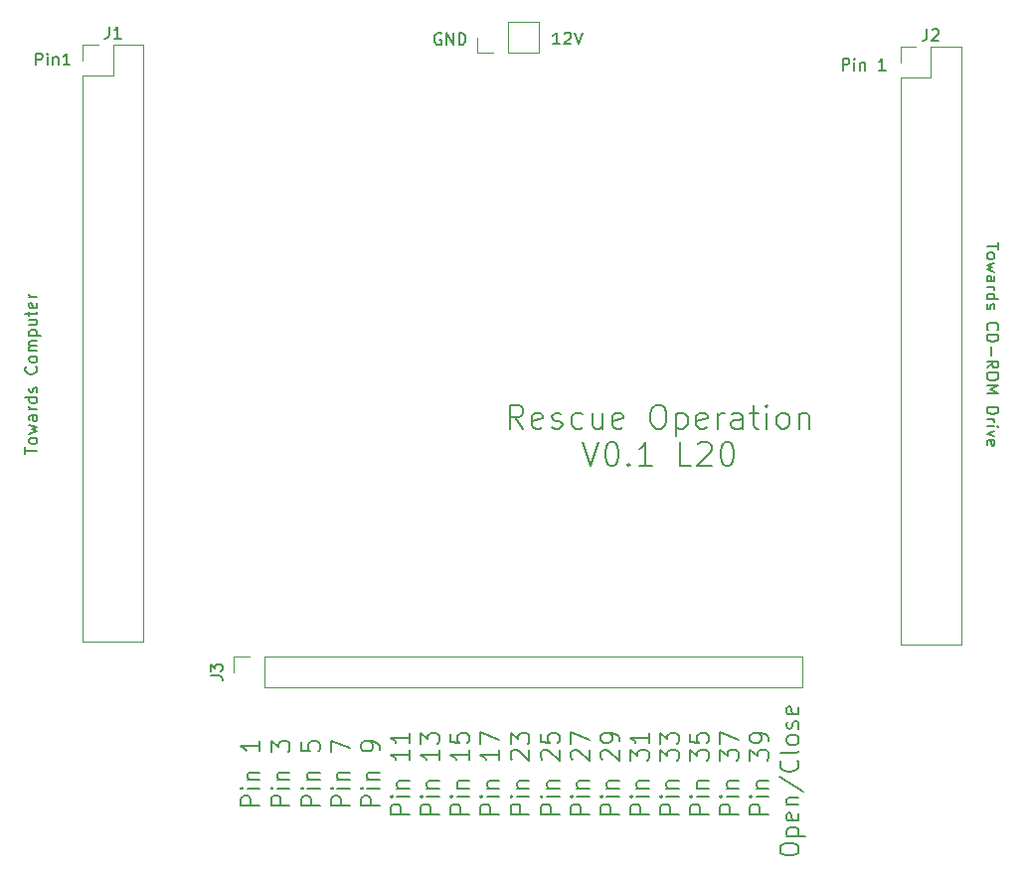
<source format=gbr>
%TF.GenerationSoftware,KiCad,Pcbnew,(5.1.10)-1*%
%TF.CreationDate,2022-03-29T20:22:55-05:00*%
%TF.ProjectId,FMT Rescue,464d5420-5265-4736-9375-652e6b696361,rev?*%
%TF.SameCoordinates,Original*%
%TF.FileFunction,Legend,Top*%
%TF.FilePolarity,Positive*%
%FSLAX46Y46*%
G04 Gerber Fmt 4.6, Leading zero omitted, Abs format (unit mm)*
G04 Created by KiCad (PCBNEW (5.1.10)-1) date 2022-03-29 20:22:55*
%MOMM*%
%LPD*%
G01*
G04 APERTURE LIST*
%ADD10C,0.150000*%
%ADD11C,0.120000*%
G04 APERTURE END LIST*
D10*
X130849619Y-78090214D02*
X130849619Y-78661642D01*
X129849619Y-78375928D02*
X130849619Y-78375928D01*
X129849619Y-79137833D02*
X129897238Y-79042595D01*
X129944857Y-78994976D01*
X130040095Y-78947357D01*
X130325809Y-78947357D01*
X130421047Y-78994976D01*
X130468666Y-79042595D01*
X130516285Y-79137833D01*
X130516285Y-79280690D01*
X130468666Y-79375928D01*
X130421047Y-79423547D01*
X130325809Y-79471166D01*
X130040095Y-79471166D01*
X129944857Y-79423547D01*
X129897238Y-79375928D01*
X129849619Y-79280690D01*
X129849619Y-79137833D01*
X130516285Y-79804500D02*
X129849619Y-79994976D01*
X130325809Y-80185452D01*
X129849619Y-80375928D01*
X130516285Y-80566404D01*
X129849619Y-81375928D02*
X130373428Y-81375928D01*
X130468666Y-81328309D01*
X130516285Y-81233071D01*
X130516285Y-81042595D01*
X130468666Y-80947357D01*
X129897238Y-81375928D02*
X129849619Y-81280690D01*
X129849619Y-81042595D01*
X129897238Y-80947357D01*
X129992476Y-80899738D01*
X130087714Y-80899738D01*
X130182952Y-80947357D01*
X130230571Y-81042595D01*
X130230571Y-81280690D01*
X130278190Y-81375928D01*
X129849619Y-81852119D02*
X130516285Y-81852119D01*
X130325809Y-81852119D02*
X130421047Y-81899738D01*
X130468666Y-81947357D01*
X130516285Y-82042595D01*
X130516285Y-82137833D01*
X129849619Y-82899738D02*
X130849619Y-82899738D01*
X129897238Y-82899738D02*
X129849619Y-82804500D01*
X129849619Y-82614023D01*
X129897238Y-82518785D01*
X129944857Y-82471166D01*
X130040095Y-82423547D01*
X130325809Y-82423547D01*
X130421047Y-82471166D01*
X130468666Y-82518785D01*
X130516285Y-82614023D01*
X130516285Y-82804500D01*
X130468666Y-82899738D01*
X129897238Y-83328309D02*
X129849619Y-83423547D01*
X129849619Y-83614023D01*
X129897238Y-83709261D01*
X129992476Y-83756880D01*
X130040095Y-83756880D01*
X130135333Y-83709261D01*
X130182952Y-83614023D01*
X130182952Y-83471166D01*
X130230571Y-83375928D01*
X130325809Y-83328309D01*
X130373428Y-83328309D01*
X130468666Y-83375928D01*
X130516285Y-83471166D01*
X130516285Y-83614023D01*
X130468666Y-83709261D01*
X129944857Y-85518785D02*
X129897238Y-85471166D01*
X129849619Y-85328309D01*
X129849619Y-85233071D01*
X129897238Y-85090214D01*
X129992476Y-84994976D01*
X130087714Y-84947357D01*
X130278190Y-84899738D01*
X130421047Y-84899738D01*
X130611523Y-84947357D01*
X130706761Y-84994976D01*
X130802000Y-85090214D01*
X130849619Y-85233071D01*
X130849619Y-85328309D01*
X130802000Y-85471166D01*
X130754380Y-85518785D01*
X129849619Y-85947357D02*
X130849619Y-85947357D01*
X130849619Y-86185452D01*
X130802000Y-86328309D01*
X130706761Y-86423547D01*
X130611523Y-86471166D01*
X130421047Y-86518785D01*
X130278190Y-86518785D01*
X130087714Y-86471166D01*
X129992476Y-86423547D01*
X129897238Y-86328309D01*
X129849619Y-86185452D01*
X129849619Y-85947357D01*
X130230571Y-86947357D02*
X130230571Y-87709261D01*
X129849619Y-88756880D02*
X130325809Y-88423547D01*
X129849619Y-88185452D02*
X130849619Y-88185452D01*
X130849619Y-88566404D01*
X130802000Y-88661642D01*
X130754380Y-88709261D01*
X130659142Y-88756880D01*
X130516285Y-88756880D01*
X130421047Y-88709261D01*
X130373428Y-88661642D01*
X130325809Y-88566404D01*
X130325809Y-88185452D01*
X130849619Y-89375928D02*
X130849619Y-89566404D01*
X130802000Y-89661642D01*
X130706761Y-89756880D01*
X130516285Y-89804500D01*
X130182952Y-89804500D01*
X129992476Y-89756880D01*
X129897238Y-89661642D01*
X129849619Y-89566404D01*
X129849619Y-89375928D01*
X129897238Y-89280690D01*
X129992476Y-89185452D01*
X130182952Y-89137833D01*
X130516285Y-89137833D01*
X130706761Y-89185452D01*
X130802000Y-89280690D01*
X130849619Y-89375928D01*
X129849619Y-90233071D02*
X130849619Y-90233071D01*
X130135333Y-90566404D01*
X130849619Y-90899738D01*
X129849619Y-90899738D01*
X129849619Y-92137833D02*
X130849619Y-92137833D01*
X130849619Y-92375928D01*
X130802000Y-92518785D01*
X130706761Y-92614023D01*
X130611523Y-92661642D01*
X130421047Y-92709261D01*
X130278190Y-92709261D01*
X130087714Y-92661642D01*
X129992476Y-92614023D01*
X129897238Y-92518785D01*
X129849619Y-92375928D01*
X129849619Y-92137833D01*
X129849619Y-93137833D02*
X130516285Y-93137833D01*
X130325809Y-93137833D02*
X130421047Y-93185452D01*
X130468666Y-93233071D01*
X130516285Y-93328309D01*
X130516285Y-93423547D01*
X129849619Y-93756880D02*
X130516285Y-93756880D01*
X130849619Y-93756880D02*
X130802000Y-93709261D01*
X130754380Y-93756880D01*
X130802000Y-93804500D01*
X130849619Y-93756880D01*
X130754380Y-93756880D01*
X130516285Y-94137833D02*
X129849619Y-94375928D01*
X130516285Y-94614023D01*
X129897238Y-95375928D02*
X129849619Y-95280690D01*
X129849619Y-95090214D01*
X129897238Y-94994976D01*
X129992476Y-94947357D01*
X130373428Y-94947357D01*
X130468666Y-94994976D01*
X130516285Y-95090214D01*
X130516285Y-95280690D01*
X130468666Y-95375928D01*
X130373428Y-95423547D01*
X130278190Y-95423547D01*
X130182952Y-94947357D01*
X47966380Y-96090523D02*
X47966380Y-95519095D01*
X48966380Y-95804809D02*
X47966380Y-95804809D01*
X48966380Y-95042904D02*
X48918761Y-95138142D01*
X48871142Y-95185761D01*
X48775904Y-95233380D01*
X48490190Y-95233380D01*
X48394952Y-95185761D01*
X48347333Y-95138142D01*
X48299714Y-95042904D01*
X48299714Y-94900047D01*
X48347333Y-94804809D01*
X48394952Y-94757190D01*
X48490190Y-94709571D01*
X48775904Y-94709571D01*
X48871142Y-94757190D01*
X48918761Y-94804809D01*
X48966380Y-94900047D01*
X48966380Y-95042904D01*
X48299714Y-94376238D02*
X48966380Y-94185761D01*
X48490190Y-93995285D01*
X48966380Y-93804809D01*
X48299714Y-93614333D01*
X48966380Y-92804809D02*
X48442571Y-92804809D01*
X48347333Y-92852428D01*
X48299714Y-92947666D01*
X48299714Y-93138142D01*
X48347333Y-93233380D01*
X48918761Y-92804809D02*
X48966380Y-92900047D01*
X48966380Y-93138142D01*
X48918761Y-93233380D01*
X48823523Y-93281000D01*
X48728285Y-93281000D01*
X48633047Y-93233380D01*
X48585428Y-93138142D01*
X48585428Y-92900047D01*
X48537809Y-92804809D01*
X48966380Y-92328619D02*
X48299714Y-92328619D01*
X48490190Y-92328619D02*
X48394952Y-92281000D01*
X48347333Y-92233380D01*
X48299714Y-92138142D01*
X48299714Y-92042904D01*
X48966380Y-91281000D02*
X47966380Y-91281000D01*
X48918761Y-91281000D02*
X48966380Y-91376238D01*
X48966380Y-91566714D01*
X48918761Y-91661952D01*
X48871142Y-91709571D01*
X48775904Y-91757190D01*
X48490190Y-91757190D01*
X48394952Y-91709571D01*
X48347333Y-91661952D01*
X48299714Y-91566714D01*
X48299714Y-91376238D01*
X48347333Y-91281000D01*
X48918761Y-90852428D02*
X48966380Y-90757190D01*
X48966380Y-90566714D01*
X48918761Y-90471476D01*
X48823523Y-90423857D01*
X48775904Y-90423857D01*
X48680666Y-90471476D01*
X48633047Y-90566714D01*
X48633047Y-90709571D01*
X48585428Y-90804809D01*
X48490190Y-90852428D01*
X48442571Y-90852428D01*
X48347333Y-90804809D01*
X48299714Y-90709571D01*
X48299714Y-90566714D01*
X48347333Y-90471476D01*
X48871142Y-88661952D02*
X48918761Y-88709571D01*
X48966380Y-88852428D01*
X48966380Y-88947666D01*
X48918761Y-89090523D01*
X48823523Y-89185761D01*
X48728285Y-89233380D01*
X48537809Y-89281000D01*
X48394952Y-89281000D01*
X48204476Y-89233380D01*
X48109238Y-89185761D01*
X48014000Y-89090523D01*
X47966380Y-88947666D01*
X47966380Y-88852428D01*
X48014000Y-88709571D01*
X48061619Y-88661952D01*
X48966380Y-88090523D02*
X48918761Y-88185761D01*
X48871142Y-88233380D01*
X48775904Y-88281000D01*
X48490190Y-88281000D01*
X48394952Y-88233380D01*
X48347333Y-88185761D01*
X48299714Y-88090523D01*
X48299714Y-87947666D01*
X48347333Y-87852428D01*
X48394952Y-87804809D01*
X48490190Y-87757190D01*
X48775904Y-87757190D01*
X48871142Y-87804809D01*
X48918761Y-87852428D01*
X48966380Y-87947666D01*
X48966380Y-88090523D01*
X48966380Y-87328619D02*
X48299714Y-87328619D01*
X48394952Y-87328619D02*
X48347333Y-87281000D01*
X48299714Y-87185761D01*
X48299714Y-87042904D01*
X48347333Y-86947666D01*
X48442571Y-86900047D01*
X48966380Y-86900047D01*
X48442571Y-86900047D02*
X48347333Y-86852428D01*
X48299714Y-86757190D01*
X48299714Y-86614333D01*
X48347333Y-86519095D01*
X48442571Y-86471476D01*
X48966380Y-86471476D01*
X48299714Y-85995285D02*
X49299714Y-85995285D01*
X48347333Y-85995285D02*
X48299714Y-85900047D01*
X48299714Y-85709571D01*
X48347333Y-85614333D01*
X48394952Y-85566714D01*
X48490190Y-85519095D01*
X48775904Y-85519095D01*
X48871142Y-85566714D01*
X48918761Y-85614333D01*
X48966380Y-85709571D01*
X48966380Y-85900047D01*
X48918761Y-85995285D01*
X48299714Y-84661952D02*
X48966380Y-84661952D01*
X48299714Y-85090523D02*
X48823523Y-85090523D01*
X48918761Y-85042904D01*
X48966380Y-84947666D01*
X48966380Y-84804809D01*
X48918761Y-84709571D01*
X48871142Y-84661952D01*
X48299714Y-84328619D02*
X48299714Y-83947666D01*
X47966380Y-84185761D02*
X48823523Y-84185761D01*
X48918761Y-84138142D01*
X48966380Y-84042904D01*
X48966380Y-83947666D01*
X48918761Y-83233380D02*
X48966380Y-83328619D01*
X48966380Y-83519095D01*
X48918761Y-83614333D01*
X48823523Y-83661952D01*
X48442571Y-83661952D01*
X48347333Y-83614333D01*
X48299714Y-83519095D01*
X48299714Y-83328619D01*
X48347333Y-83233380D01*
X48442571Y-83185761D01*
X48537809Y-83185761D01*
X48633047Y-83661952D01*
X48966380Y-82757190D02*
X48299714Y-82757190D01*
X48490190Y-82757190D02*
X48394952Y-82709571D01*
X48347333Y-82661952D01*
X48299714Y-82566714D01*
X48299714Y-82471476D01*
X117570476Y-63380880D02*
X117570476Y-62380880D01*
X117951428Y-62380880D01*
X118046666Y-62428500D01*
X118094285Y-62476119D01*
X118141904Y-62571357D01*
X118141904Y-62714214D01*
X118094285Y-62809452D01*
X118046666Y-62857071D01*
X117951428Y-62904690D01*
X117570476Y-62904690D01*
X118570476Y-63380880D02*
X118570476Y-62714214D01*
X118570476Y-62380880D02*
X118522857Y-62428500D01*
X118570476Y-62476119D01*
X118618095Y-62428500D01*
X118570476Y-62380880D01*
X118570476Y-62476119D01*
X119046666Y-62714214D02*
X119046666Y-63380880D01*
X119046666Y-62809452D02*
X119094285Y-62761833D01*
X119189523Y-62714214D01*
X119332380Y-62714214D01*
X119427619Y-62761833D01*
X119475238Y-62857071D01*
X119475238Y-63380880D01*
X121237142Y-63380880D02*
X120665714Y-63380880D01*
X120951428Y-63380880D02*
X120951428Y-62380880D01*
X120856190Y-62523738D01*
X120760952Y-62618976D01*
X120665714Y-62666595D01*
X48863428Y-62936380D02*
X48863428Y-61936380D01*
X49244380Y-61936380D01*
X49339619Y-61984000D01*
X49387238Y-62031619D01*
X49434857Y-62126857D01*
X49434857Y-62269714D01*
X49387238Y-62364952D01*
X49339619Y-62412571D01*
X49244380Y-62460190D01*
X48863428Y-62460190D01*
X49863428Y-62936380D02*
X49863428Y-62269714D01*
X49863428Y-61936380D02*
X49815809Y-61984000D01*
X49863428Y-62031619D01*
X49911047Y-61984000D01*
X49863428Y-61936380D01*
X49863428Y-62031619D01*
X50339619Y-62269714D02*
X50339619Y-62936380D01*
X50339619Y-62364952D02*
X50387238Y-62317333D01*
X50482476Y-62269714D01*
X50625333Y-62269714D01*
X50720571Y-62317333D01*
X50768190Y-62412571D01*
X50768190Y-62936380D01*
X51768190Y-62936380D02*
X51196761Y-62936380D01*
X51482476Y-62936380D02*
X51482476Y-61936380D01*
X51387238Y-62079238D01*
X51292000Y-62174476D01*
X51196761Y-62222095D01*
X90361952Y-93944761D02*
X89695285Y-92992380D01*
X89219095Y-93944761D02*
X89219095Y-91944761D01*
X89981000Y-91944761D01*
X90171476Y-92040000D01*
X90266714Y-92135238D01*
X90361952Y-92325714D01*
X90361952Y-92611428D01*
X90266714Y-92801904D01*
X90171476Y-92897142D01*
X89981000Y-92992380D01*
X89219095Y-92992380D01*
X91981000Y-93849523D02*
X91790523Y-93944761D01*
X91409571Y-93944761D01*
X91219095Y-93849523D01*
X91123857Y-93659047D01*
X91123857Y-92897142D01*
X91219095Y-92706666D01*
X91409571Y-92611428D01*
X91790523Y-92611428D01*
X91981000Y-92706666D01*
X92076238Y-92897142D01*
X92076238Y-93087619D01*
X91123857Y-93278095D01*
X92838142Y-93849523D02*
X93028619Y-93944761D01*
X93409571Y-93944761D01*
X93600047Y-93849523D01*
X93695285Y-93659047D01*
X93695285Y-93563809D01*
X93600047Y-93373333D01*
X93409571Y-93278095D01*
X93123857Y-93278095D01*
X92933380Y-93182857D01*
X92838142Y-92992380D01*
X92838142Y-92897142D01*
X92933380Y-92706666D01*
X93123857Y-92611428D01*
X93409571Y-92611428D01*
X93600047Y-92706666D01*
X95409571Y-93849523D02*
X95219095Y-93944761D01*
X94838142Y-93944761D01*
X94647666Y-93849523D01*
X94552428Y-93754285D01*
X94457190Y-93563809D01*
X94457190Y-92992380D01*
X94552428Y-92801904D01*
X94647666Y-92706666D01*
X94838142Y-92611428D01*
X95219095Y-92611428D01*
X95409571Y-92706666D01*
X97123857Y-92611428D02*
X97123857Y-93944761D01*
X96266714Y-92611428D02*
X96266714Y-93659047D01*
X96361952Y-93849523D01*
X96552428Y-93944761D01*
X96838142Y-93944761D01*
X97028619Y-93849523D01*
X97123857Y-93754285D01*
X98838142Y-93849523D02*
X98647666Y-93944761D01*
X98266714Y-93944761D01*
X98076238Y-93849523D01*
X97981000Y-93659047D01*
X97981000Y-92897142D01*
X98076238Y-92706666D01*
X98266714Y-92611428D01*
X98647666Y-92611428D01*
X98838142Y-92706666D01*
X98933380Y-92897142D01*
X98933380Y-93087619D01*
X97981000Y-93278095D01*
X101695285Y-91944761D02*
X102076238Y-91944761D01*
X102266714Y-92040000D01*
X102457190Y-92230476D01*
X102552428Y-92611428D01*
X102552428Y-93278095D01*
X102457190Y-93659047D01*
X102266714Y-93849523D01*
X102076238Y-93944761D01*
X101695285Y-93944761D01*
X101504809Y-93849523D01*
X101314333Y-93659047D01*
X101219095Y-93278095D01*
X101219095Y-92611428D01*
X101314333Y-92230476D01*
X101504809Y-92040000D01*
X101695285Y-91944761D01*
X103409571Y-92611428D02*
X103409571Y-94611428D01*
X103409571Y-92706666D02*
X103600047Y-92611428D01*
X103981000Y-92611428D01*
X104171476Y-92706666D01*
X104266714Y-92801904D01*
X104361952Y-92992380D01*
X104361952Y-93563809D01*
X104266714Y-93754285D01*
X104171476Y-93849523D01*
X103981000Y-93944761D01*
X103600047Y-93944761D01*
X103409571Y-93849523D01*
X105981000Y-93849523D02*
X105790523Y-93944761D01*
X105409571Y-93944761D01*
X105219095Y-93849523D01*
X105123857Y-93659047D01*
X105123857Y-92897142D01*
X105219095Y-92706666D01*
X105409571Y-92611428D01*
X105790523Y-92611428D01*
X105981000Y-92706666D01*
X106076238Y-92897142D01*
X106076238Y-93087619D01*
X105123857Y-93278095D01*
X106933380Y-93944761D02*
X106933380Y-92611428D01*
X106933380Y-92992380D02*
X107028619Y-92801904D01*
X107123857Y-92706666D01*
X107314333Y-92611428D01*
X107504809Y-92611428D01*
X109028619Y-93944761D02*
X109028619Y-92897142D01*
X108933380Y-92706666D01*
X108742904Y-92611428D01*
X108361952Y-92611428D01*
X108171476Y-92706666D01*
X109028619Y-93849523D02*
X108838142Y-93944761D01*
X108361952Y-93944761D01*
X108171476Y-93849523D01*
X108076238Y-93659047D01*
X108076238Y-93468571D01*
X108171476Y-93278095D01*
X108361952Y-93182857D01*
X108838142Y-93182857D01*
X109028619Y-93087619D01*
X109695285Y-92611428D02*
X110457190Y-92611428D01*
X109981000Y-91944761D02*
X109981000Y-93659047D01*
X110076238Y-93849523D01*
X110266714Y-93944761D01*
X110457190Y-93944761D01*
X111123857Y-93944761D02*
X111123857Y-92611428D01*
X111123857Y-91944761D02*
X111028619Y-92040000D01*
X111123857Y-92135238D01*
X111219095Y-92040000D01*
X111123857Y-91944761D01*
X111123857Y-92135238D01*
X112361952Y-93944761D02*
X112171476Y-93849523D01*
X112076238Y-93754285D01*
X111981000Y-93563809D01*
X111981000Y-92992380D01*
X112076238Y-92801904D01*
X112171476Y-92706666D01*
X112361952Y-92611428D01*
X112647666Y-92611428D01*
X112838142Y-92706666D01*
X112933380Y-92801904D01*
X113028619Y-92992380D01*
X113028619Y-93563809D01*
X112933380Y-93754285D01*
X112838142Y-93849523D01*
X112647666Y-93944761D01*
X112361952Y-93944761D01*
X113885761Y-92611428D02*
X113885761Y-93944761D01*
X113885761Y-92801904D02*
X113981000Y-92706666D01*
X114171476Y-92611428D01*
X114457190Y-92611428D01*
X114647666Y-92706666D01*
X114742904Y-92897142D01*
X114742904Y-93944761D01*
X95457190Y-95094761D02*
X96123857Y-97094761D01*
X96790523Y-95094761D01*
X97838142Y-95094761D02*
X98028619Y-95094761D01*
X98219095Y-95190000D01*
X98314333Y-95285238D01*
X98409571Y-95475714D01*
X98504809Y-95856666D01*
X98504809Y-96332857D01*
X98409571Y-96713809D01*
X98314333Y-96904285D01*
X98219095Y-96999523D01*
X98028619Y-97094761D01*
X97838142Y-97094761D01*
X97647666Y-96999523D01*
X97552428Y-96904285D01*
X97457190Y-96713809D01*
X97361952Y-96332857D01*
X97361952Y-95856666D01*
X97457190Y-95475714D01*
X97552428Y-95285238D01*
X97647666Y-95190000D01*
X97838142Y-95094761D01*
X99361952Y-96904285D02*
X99457190Y-96999523D01*
X99361952Y-97094761D01*
X99266714Y-96999523D01*
X99361952Y-96904285D01*
X99361952Y-97094761D01*
X101361952Y-97094761D02*
X100219095Y-97094761D01*
X100790523Y-97094761D02*
X100790523Y-95094761D01*
X100600047Y-95380476D01*
X100409571Y-95570952D01*
X100219095Y-95666190D01*
X104695285Y-97094761D02*
X103742904Y-97094761D01*
X103742904Y-95094761D01*
X105266714Y-95285238D02*
X105361952Y-95190000D01*
X105552428Y-95094761D01*
X106028619Y-95094761D01*
X106219095Y-95190000D01*
X106314333Y-95285238D01*
X106409571Y-95475714D01*
X106409571Y-95666190D01*
X106314333Y-95951904D01*
X105171476Y-97094761D01*
X106409571Y-97094761D01*
X107647666Y-95094761D02*
X107838142Y-95094761D01*
X108028619Y-95190000D01*
X108123857Y-95285238D01*
X108219095Y-95475714D01*
X108314333Y-95856666D01*
X108314333Y-96332857D01*
X108219095Y-96713809D01*
X108123857Y-96904285D01*
X108028619Y-96999523D01*
X107838142Y-97094761D01*
X107647666Y-97094761D01*
X107457190Y-96999523D01*
X107361952Y-96904285D01*
X107266714Y-96713809D01*
X107171476Y-96332857D01*
X107171476Y-95856666D01*
X107266714Y-95475714D01*
X107361952Y-95285238D01*
X107457190Y-95190000D01*
X107647666Y-95094761D01*
X83375595Y-60269500D02*
X83280357Y-60221880D01*
X83137500Y-60221880D01*
X82994642Y-60269500D01*
X82899404Y-60364738D01*
X82851785Y-60459976D01*
X82804166Y-60650452D01*
X82804166Y-60793309D01*
X82851785Y-60983785D01*
X82899404Y-61079023D01*
X82994642Y-61174261D01*
X83137500Y-61221880D01*
X83232738Y-61221880D01*
X83375595Y-61174261D01*
X83423214Y-61126642D01*
X83423214Y-60793309D01*
X83232738Y-60793309D01*
X83851785Y-61221880D02*
X83851785Y-60221880D01*
X84423214Y-61221880D01*
X84423214Y-60221880D01*
X84899404Y-61221880D02*
X84899404Y-60221880D01*
X85137500Y-60221880D01*
X85280357Y-60269500D01*
X85375595Y-60364738D01*
X85423214Y-60459976D01*
X85470833Y-60650452D01*
X85470833Y-60793309D01*
X85423214Y-60983785D01*
X85375595Y-61079023D01*
X85280357Y-61174261D01*
X85137500Y-61221880D01*
X84899404Y-61221880D01*
X93487952Y-61158380D02*
X92916523Y-61158380D01*
X93202238Y-61158380D02*
X93202238Y-60158380D01*
X93107000Y-60301238D01*
X93011761Y-60396476D01*
X92916523Y-60444095D01*
X93868904Y-60253619D02*
X93916523Y-60206000D01*
X94011761Y-60158380D01*
X94249857Y-60158380D01*
X94345095Y-60206000D01*
X94392714Y-60253619D01*
X94440333Y-60348857D01*
X94440333Y-60444095D01*
X94392714Y-60586952D01*
X93821285Y-61158380D01*
X94440333Y-61158380D01*
X94726047Y-60158380D02*
X95059380Y-61158380D01*
X95392714Y-60158380D01*
X67943809Y-126094785D02*
X66343809Y-126094785D01*
X66343809Y-125523357D01*
X66420000Y-125380500D01*
X66496190Y-125309071D01*
X66648571Y-125237642D01*
X66877142Y-125237642D01*
X67029523Y-125309071D01*
X67105714Y-125380500D01*
X67181904Y-125523357D01*
X67181904Y-126094785D01*
X67943809Y-124594785D02*
X66877142Y-124594785D01*
X66343809Y-124594785D02*
X66420000Y-124666214D01*
X66496190Y-124594785D01*
X66420000Y-124523357D01*
X66343809Y-124594785D01*
X66496190Y-124594785D01*
X66877142Y-123880500D02*
X67943809Y-123880500D01*
X67029523Y-123880500D02*
X66953333Y-123809071D01*
X66877142Y-123666214D01*
X66877142Y-123451928D01*
X66953333Y-123309071D01*
X67105714Y-123237642D01*
X67943809Y-123237642D01*
X67943809Y-120594785D02*
X67943809Y-121451928D01*
X67943809Y-121023357D02*
X66343809Y-121023357D01*
X66572380Y-121166214D01*
X66724761Y-121309071D01*
X66800952Y-121451928D01*
X70493809Y-126094785D02*
X68893809Y-126094785D01*
X68893809Y-125523357D01*
X68970000Y-125380500D01*
X69046190Y-125309071D01*
X69198571Y-125237642D01*
X69427142Y-125237642D01*
X69579523Y-125309071D01*
X69655714Y-125380500D01*
X69731904Y-125523357D01*
X69731904Y-126094785D01*
X70493809Y-124594785D02*
X69427142Y-124594785D01*
X68893809Y-124594785D02*
X68970000Y-124666214D01*
X69046190Y-124594785D01*
X68970000Y-124523357D01*
X68893809Y-124594785D01*
X69046190Y-124594785D01*
X69427142Y-123880500D02*
X70493809Y-123880500D01*
X69579523Y-123880500D02*
X69503333Y-123809071D01*
X69427142Y-123666214D01*
X69427142Y-123451928D01*
X69503333Y-123309071D01*
X69655714Y-123237642D01*
X70493809Y-123237642D01*
X68893809Y-121523357D02*
X68893809Y-120594785D01*
X69503333Y-121094785D01*
X69503333Y-120880500D01*
X69579523Y-120737642D01*
X69655714Y-120666214D01*
X69808095Y-120594785D01*
X70189047Y-120594785D01*
X70341428Y-120666214D01*
X70417619Y-120737642D01*
X70493809Y-120880500D01*
X70493809Y-121309071D01*
X70417619Y-121451928D01*
X70341428Y-121523357D01*
X73043809Y-126094785D02*
X71443809Y-126094785D01*
X71443809Y-125523357D01*
X71520000Y-125380500D01*
X71596190Y-125309071D01*
X71748571Y-125237642D01*
X71977142Y-125237642D01*
X72129523Y-125309071D01*
X72205714Y-125380500D01*
X72281904Y-125523357D01*
X72281904Y-126094785D01*
X73043809Y-124594785D02*
X71977142Y-124594785D01*
X71443809Y-124594785D02*
X71520000Y-124666214D01*
X71596190Y-124594785D01*
X71520000Y-124523357D01*
X71443809Y-124594785D01*
X71596190Y-124594785D01*
X71977142Y-123880500D02*
X73043809Y-123880500D01*
X72129523Y-123880500D02*
X72053333Y-123809071D01*
X71977142Y-123666214D01*
X71977142Y-123451928D01*
X72053333Y-123309071D01*
X72205714Y-123237642D01*
X73043809Y-123237642D01*
X71443809Y-120666214D02*
X71443809Y-121380500D01*
X72205714Y-121451928D01*
X72129523Y-121380500D01*
X72053333Y-121237642D01*
X72053333Y-120880500D01*
X72129523Y-120737642D01*
X72205714Y-120666214D01*
X72358095Y-120594785D01*
X72739047Y-120594785D01*
X72891428Y-120666214D01*
X72967619Y-120737642D01*
X73043809Y-120880500D01*
X73043809Y-121237642D01*
X72967619Y-121380500D01*
X72891428Y-121451928D01*
X75593809Y-126094785D02*
X73993809Y-126094785D01*
X73993809Y-125523357D01*
X74070000Y-125380500D01*
X74146190Y-125309071D01*
X74298571Y-125237642D01*
X74527142Y-125237642D01*
X74679523Y-125309071D01*
X74755714Y-125380500D01*
X74831904Y-125523357D01*
X74831904Y-126094785D01*
X75593809Y-124594785D02*
X74527142Y-124594785D01*
X73993809Y-124594785D02*
X74070000Y-124666214D01*
X74146190Y-124594785D01*
X74070000Y-124523357D01*
X73993809Y-124594785D01*
X74146190Y-124594785D01*
X74527142Y-123880500D02*
X75593809Y-123880500D01*
X74679523Y-123880500D02*
X74603333Y-123809071D01*
X74527142Y-123666214D01*
X74527142Y-123451928D01*
X74603333Y-123309071D01*
X74755714Y-123237642D01*
X75593809Y-123237642D01*
X73993809Y-121523357D02*
X73993809Y-120523357D01*
X75593809Y-121166214D01*
X78143809Y-126094785D02*
X76543809Y-126094785D01*
X76543809Y-125523357D01*
X76620000Y-125380500D01*
X76696190Y-125309071D01*
X76848571Y-125237642D01*
X77077142Y-125237642D01*
X77229523Y-125309071D01*
X77305714Y-125380500D01*
X77381904Y-125523357D01*
X77381904Y-126094785D01*
X78143809Y-124594785D02*
X77077142Y-124594785D01*
X76543809Y-124594785D02*
X76620000Y-124666214D01*
X76696190Y-124594785D01*
X76620000Y-124523357D01*
X76543809Y-124594785D01*
X76696190Y-124594785D01*
X77077142Y-123880500D02*
X78143809Y-123880500D01*
X77229523Y-123880500D02*
X77153333Y-123809071D01*
X77077142Y-123666214D01*
X77077142Y-123451928D01*
X77153333Y-123309071D01*
X77305714Y-123237642D01*
X78143809Y-123237642D01*
X78143809Y-121309071D02*
X78143809Y-121023357D01*
X78067619Y-120880500D01*
X77991428Y-120809071D01*
X77762857Y-120666214D01*
X77458095Y-120594785D01*
X76848571Y-120594785D01*
X76696190Y-120666214D01*
X76620000Y-120737642D01*
X76543809Y-120880500D01*
X76543809Y-121166214D01*
X76620000Y-121309071D01*
X76696190Y-121380500D01*
X76848571Y-121451928D01*
X77229523Y-121451928D01*
X77381904Y-121380500D01*
X77458095Y-121309071D01*
X77534285Y-121166214D01*
X77534285Y-120880500D01*
X77458095Y-120737642D01*
X77381904Y-120666214D01*
X77229523Y-120594785D01*
X80693809Y-126809071D02*
X79093809Y-126809071D01*
X79093809Y-126237642D01*
X79170000Y-126094785D01*
X79246190Y-126023357D01*
X79398571Y-125951928D01*
X79627142Y-125951928D01*
X79779523Y-126023357D01*
X79855714Y-126094785D01*
X79931904Y-126237642D01*
X79931904Y-126809071D01*
X80693809Y-125309071D02*
X79627142Y-125309071D01*
X79093809Y-125309071D02*
X79170000Y-125380500D01*
X79246190Y-125309071D01*
X79170000Y-125237642D01*
X79093809Y-125309071D01*
X79246190Y-125309071D01*
X79627142Y-124594785D02*
X80693809Y-124594785D01*
X79779523Y-124594785D02*
X79703333Y-124523357D01*
X79627142Y-124380500D01*
X79627142Y-124166214D01*
X79703333Y-124023357D01*
X79855714Y-123951928D01*
X80693809Y-123951928D01*
X80693809Y-121309071D02*
X80693809Y-122166214D01*
X80693809Y-121737642D02*
X79093809Y-121737642D01*
X79322380Y-121880500D01*
X79474761Y-122023357D01*
X79550952Y-122166214D01*
X80693809Y-119880500D02*
X80693809Y-120737642D01*
X80693809Y-120309071D02*
X79093809Y-120309071D01*
X79322380Y-120451928D01*
X79474761Y-120594785D01*
X79550952Y-120737642D01*
X83243809Y-126809071D02*
X81643809Y-126809071D01*
X81643809Y-126237642D01*
X81720000Y-126094785D01*
X81796190Y-126023357D01*
X81948571Y-125951928D01*
X82177142Y-125951928D01*
X82329523Y-126023357D01*
X82405714Y-126094785D01*
X82481904Y-126237642D01*
X82481904Y-126809071D01*
X83243809Y-125309071D02*
X82177142Y-125309071D01*
X81643809Y-125309071D02*
X81720000Y-125380500D01*
X81796190Y-125309071D01*
X81720000Y-125237642D01*
X81643809Y-125309071D01*
X81796190Y-125309071D01*
X82177142Y-124594785D02*
X83243809Y-124594785D01*
X82329523Y-124594785D02*
X82253333Y-124523357D01*
X82177142Y-124380500D01*
X82177142Y-124166214D01*
X82253333Y-124023357D01*
X82405714Y-123951928D01*
X83243809Y-123951928D01*
X83243809Y-121309071D02*
X83243809Y-122166214D01*
X83243809Y-121737642D02*
X81643809Y-121737642D01*
X81872380Y-121880500D01*
X82024761Y-122023357D01*
X82100952Y-122166214D01*
X81643809Y-120809071D02*
X81643809Y-119880500D01*
X82253333Y-120380500D01*
X82253333Y-120166214D01*
X82329523Y-120023357D01*
X82405714Y-119951928D01*
X82558095Y-119880500D01*
X82939047Y-119880500D01*
X83091428Y-119951928D01*
X83167619Y-120023357D01*
X83243809Y-120166214D01*
X83243809Y-120594785D01*
X83167619Y-120737642D01*
X83091428Y-120809071D01*
X85793809Y-126809071D02*
X84193809Y-126809071D01*
X84193809Y-126237642D01*
X84270000Y-126094785D01*
X84346190Y-126023357D01*
X84498571Y-125951928D01*
X84727142Y-125951928D01*
X84879523Y-126023357D01*
X84955714Y-126094785D01*
X85031904Y-126237642D01*
X85031904Y-126809071D01*
X85793809Y-125309071D02*
X84727142Y-125309071D01*
X84193809Y-125309071D02*
X84270000Y-125380500D01*
X84346190Y-125309071D01*
X84270000Y-125237642D01*
X84193809Y-125309071D01*
X84346190Y-125309071D01*
X84727142Y-124594785D02*
X85793809Y-124594785D01*
X84879523Y-124594785D02*
X84803333Y-124523357D01*
X84727142Y-124380500D01*
X84727142Y-124166214D01*
X84803333Y-124023357D01*
X84955714Y-123951928D01*
X85793809Y-123951928D01*
X85793809Y-121309071D02*
X85793809Y-122166214D01*
X85793809Y-121737642D02*
X84193809Y-121737642D01*
X84422380Y-121880500D01*
X84574761Y-122023357D01*
X84650952Y-122166214D01*
X84193809Y-119951928D02*
X84193809Y-120666214D01*
X84955714Y-120737642D01*
X84879523Y-120666214D01*
X84803333Y-120523357D01*
X84803333Y-120166214D01*
X84879523Y-120023357D01*
X84955714Y-119951928D01*
X85108095Y-119880500D01*
X85489047Y-119880500D01*
X85641428Y-119951928D01*
X85717619Y-120023357D01*
X85793809Y-120166214D01*
X85793809Y-120523357D01*
X85717619Y-120666214D01*
X85641428Y-120737642D01*
X88343809Y-126809071D02*
X86743809Y-126809071D01*
X86743809Y-126237642D01*
X86820000Y-126094785D01*
X86896190Y-126023357D01*
X87048571Y-125951928D01*
X87277142Y-125951928D01*
X87429523Y-126023357D01*
X87505714Y-126094785D01*
X87581904Y-126237642D01*
X87581904Y-126809071D01*
X88343809Y-125309071D02*
X87277142Y-125309071D01*
X86743809Y-125309071D02*
X86820000Y-125380500D01*
X86896190Y-125309071D01*
X86820000Y-125237642D01*
X86743809Y-125309071D01*
X86896190Y-125309071D01*
X87277142Y-124594785D02*
X88343809Y-124594785D01*
X87429523Y-124594785D02*
X87353333Y-124523357D01*
X87277142Y-124380500D01*
X87277142Y-124166214D01*
X87353333Y-124023357D01*
X87505714Y-123951928D01*
X88343809Y-123951928D01*
X88343809Y-121309071D02*
X88343809Y-122166214D01*
X88343809Y-121737642D02*
X86743809Y-121737642D01*
X86972380Y-121880500D01*
X87124761Y-122023357D01*
X87200952Y-122166214D01*
X86743809Y-120809071D02*
X86743809Y-119809071D01*
X88343809Y-120451928D01*
X90893809Y-126809071D02*
X89293809Y-126809071D01*
X89293809Y-126237642D01*
X89370000Y-126094785D01*
X89446190Y-126023357D01*
X89598571Y-125951928D01*
X89827142Y-125951928D01*
X89979523Y-126023357D01*
X90055714Y-126094785D01*
X90131904Y-126237642D01*
X90131904Y-126809071D01*
X90893809Y-125309071D02*
X89827142Y-125309071D01*
X89293809Y-125309071D02*
X89370000Y-125380500D01*
X89446190Y-125309071D01*
X89370000Y-125237642D01*
X89293809Y-125309071D01*
X89446190Y-125309071D01*
X89827142Y-124594785D02*
X90893809Y-124594785D01*
X89979523Y-124594785D02*
X89903333Y-124523357D01*
X89827142Y-124380500D01*
X89827142Y-124166214D01*
X89903333Y-124023357D01*
X90055714Y-123951928D01*
X90893809Y-123951928D01*
X89446190Y-122166214D02*
X89370000Y-122094785D01*
X89293809Y-121951928D01*
X89293809Y-121594785D01*
X89370000Y-121451928D01*
X89446190Y-121380500D01*
X89598571Y-121309071D01*
X89750952Y-121309071D01*
X89979523Y-121380500D01*
X90893809Y-122237642D01*
X90893809Y-121309071D01*
X89293809Y-120809071D02*
X89293809Y-119880500D01*
X89903333Y-120380500D01*
X89903333Y-120166214D01*
X89979523Y-120023357D01*
X90055714Y-119951928D01*
X90208095Y-119880500D01*
X90589047Y-119880500D01*
X90741428Y-119951928D01*
X90817619Y-120023357D01*
X90893809Y-120166214D01*
X90893809Y-120594785D01*
X90817619Y-120737642D01*
X90741428Y-120809071D01*
X93443809Y-126809071D02*
X91843809Y-126809071D01*
X91843809Y-126237642D01*
X91920000Y-126094785D01*
X91996190Y-126023357D01*
X92148571Y-125951928D01*
X92377142Y-125951928D01*
X92529523Y-126023357D01*
X92605714Y-126094785D01*
X92681904Y-126237642D01*
X92681904Y-126809071D01*
X93443809Y-125309071D02*
X92377142Y-125309071D01*
X91843809Y-125309071D02*
X91920000Y-125380500D01*
X91996190Y-125309071D01*
X91920000Y-125237642D01*
X91843809Y-125309071D01*
X91996190Y-125309071D01*
X92377142Y-124594785D02*
X93443809Y-124594785D01*
X92529523Y-124594785D02*
X92453333Y-124523357D01*
X92377142Y-124380500D01*
X92377142Y-124166214D01*
X92453333Y-124023357D01*
X92605714Y-123951928D01*
X93443809Y-123951928D01*
X91996190Y-122166214D02*
X91920000Y-122094785D01*
X91843809Y-121951928D01*
X91843809Y-121594785D01*
X91920000Y-121451928D01*
X91996190Y-121380500D01*
X92148571Y-121309071D01*
X92300952Y-121309071D01*
X92529523Y-121380500D01*
X93443809Y-122237642D01*
X93443809Y-121309071D01*
X91843809Y-119951928D02*
X91843809Y-120666214D01*
X92605714Y-120737642D01*
X92529523Y-120666214D01*
X92453333Y-120523357D01*
X92453333Y-120166214D01*
X92529523Y-120023357D01*
X92605714Y-119951928D01*
X92758095Y-119880500D01*
X93139047Y-119880500D01*
X93291428Y-119951928D01*
X93367619Y-120023357D01*
X93443809Y-120166214D01*
X93443809Y-120523357D01*
X93367619Y-120666214D01*
X93291428Y-120737642D01*
X95993809Y-126809071D02*
X94393809Y-126809071D01*
X94393809Y-126237642D01*
X94470000Y-126094785D01*
X94546190Y-126023357D01*
X94698571Y-125951928D01*
X94927142Y-125951928D01*
X95079523Y-126023357D01*
X95155714Y-126094785D01*
X95231904Y-126237642D01*
X95231904Y-126809071D01*
X95993809Y-125309071D02*
X94927142Y-125309071D01*
X94393809Y-125309071D02*
X94470000Y-125380500D01*
X94546190Y-125309071D01*
X94470000Y-125237642D01*
X94393809Y-125309071D01*
X94546190Y-125309071D01*
X94927142Y-124594785D02*
X95993809Y-124594785D01*
X95079523Y-124594785D02*
X95003333Y-124523357D01*
X94927142Y-124380500D01*
X94927142Y-124166214D01*
X95003333Y-124023357D01*
X95155714Y-123951928D01*
X95993809Y-123951928D01*
X94546190Y-122166214D02*
X94470000Y-122094785D01*
X94393809Y-121951928D01*
X94393809Y-121594785D01*
X94470000Y-121451928D01*
X94546190Y-121380500D01*
X94698571Y-121309071D01*
X94850952Y-121309071D01*
X95079523Y-121380500D01*
X95993809Y-122237642D01*
X95993809Y-121309071D01*
X94393809Y-120809071D02*
X94393809Y-119809071D01*
X95993809Y-120451928D01*
X98543809Y-126809071D02*
X96943809Y-126809071D01*
X96943809Y-126237642D01*
X97020000Y-126094785D01*
X97096190Y-126023357D01*
X97248571Y-125951928D01*
X97477142Y-125951928D01*
X97629523Y-126023357D01*
X97705714Y-126094785D01*
X97781904Y-126237642D01*
X97781904Y-126809071D01*
X98543809Y-125309071D02*
X97477142Y-125309071D01*
X96943809Y-125309071D02*
X97020000Y-125380500D01*
X97096190Y-125309071D01*
X97020000Y-125237642D01*
X96943809Y-125309071D01*
X97096190Y-125309071D01*
X97477142Y-124594785D02*
X98543809Y-124594785D01*
X97629523Y-124594785D02*
X97553333Y-124523357D01*
X97477142Y-124380500D01*
X97477142Y-124166214D01*
X97553333Y-124023357D01*
X97705714Y-123951928D01*
X98543809Y-123951928D01*
X97096190Y-122166214D02*
X97020000Y-122094785D01*
X96943809Y-121951928D01*
X96943809Y-121594785D01*
X97020000Y-121451928D01*
X97096190Y-121380500D01*
X97248571Y-121309071D01*
X97400952Y-121309071D01*
X97629523Y-121380500D01*
X98543809Y-122237642D01*
X98543809Y-121309071D01*
X98543809Y-120594785D02*
X98543809Y-120309071D01*
X98467619Y-120166214D01*
X98391428Y-120094785D01*
X98162857Y-119951928D01*
X97858095Y-119880500D01*
X97248571Y-119880500D01*
X97096190Y-119951928D01*
X97020000Y-120023357D01*
X96943809Y-120166214D01*
X96943809Y-120451928D01*
X97020000Y-120594785D01*
X97096190Y-120666214D01*
X97248571Y-120737642D01*
X97629523Y-120737642D01*
X97781904Y-120666214D01*
X97858095Y-120594785D01*
X97934285Y-120451928D01*
X97934285Y-120166214D01*
X97858095Y-120023357D01*
X97781904Y-119951928D01*
X97629523Y-119880500D01*
X101093809Y-126809071D02*
X99493809Y-126809071D01*
X99493809Y-126237642D01*
X99570000Y-126094785D01*
X99646190Y-126023357D01*
X99798571Y-125951928D01*
X100027142Y-125951928D01*
X100179523Y-126023357D01*
X100255714Y-126094785D01*
X100331904Y-126237642D01*
X100331904Y-126809071D01*
X101093809Y-125309071D02*
X100027142Y-125309071D01*
X99493809Y-125309071D02*
X99570000Y-125380500D01*
X99646190Y-125309071D01*
X99570000Y-125237642D01*
X99493809Y-125309071D01*
X99646190Y-125309071D01*
X100027142Y-124594785D02*
X101093809Y-124594785D01*
X100179523Y-124594785D02*
X100103333Y-124523357D01*
X100027142Y-124380500D01*
X100027142Y-124166214D01*
X100103333Y-124023357D01*
X100255714Y-123951928D01*
X101093809Y-123951928D01*
X99493809Y-122237642D02*
X99493809Y-121309071D01*
X100103333Y-121809071D01*
X100103333Y-121594785D01*
X100179523Y-121451928D01*
X100255714Y-121380500D01*
X100408095Y-121309071D01*
X100789047Y-121309071D01*
X100941428Y-121380500D01*
X101017619Y-121451928D01*
X101093809Y-121594785D01*
X101093809Y-122023357D01*
X101017619Y-122166214D01*
X100941428Y-122237642D01*
X101093809Y-119880500D02*
X101093809Y-120737642D01*
X101093809Y-120309071D02*
X99493809Y-120309071D01*
X99722380Y-120451928D01*
X99874761Y-120594785D01*
X99950952Y-120737642D01*
X103643809Y-126809071D02*
X102043809Y-126809071D01*
X102043809Y-126237642D01*
X102120000Y-126094785D01*
X102196190Y-126023357D01*
X102348571Y-125951928D01*
X102577142Y-125951928D01*
X102729523Y-126023357D01*
X102805714Y-126094785D01*
X102881904Y-126237642D01*
X102881904Y-126809071D01*
X103643809Y-125309071D02*
X102577142Y-125309071D01*
X102043809Y-125309071D02*
X102120000Y-125380500D01*
X102196190Y-125309071D01*
X102120000Y-125237642D01*
X102043809Y-125309071D01*
X102196190Y-125309071D01*
X102577142Y-124594785D02*
X103643809Y-124594785D01*
X102729523Y-124594785D02*
X102653333Y-124523357D01*
X102577142Y-124380500D01*
X102577142Y-124166214D01*
X102653333Y-124023357D01*
X102805714Y-123951928D01*
X103643809Y-123951928D01*
X102043809Y-122237642D02*
X102043809Y-121309071D01*
X102653333Y-121809071D01*
X102653333Y-121594785D01*
X102729523Y-121451928D01*
X102805714Y-121380500D01*
X102958095Y-121309071D01*
X103339047Y-121309071D01*
X103491428Y-121380500D01*
X103567619Y-121451928D01*
X103643809Y-121594785D01*
X103643809Y-122023357D01*
X103567619Y-122166214D01*
X103491428Y-122237642D01*
X102043809Y-120809071D02*
X102043809Y-119880500D01*
X102653333Y-120380500D01*
X102653333Y-120166214D01*
X102729523Y-120023357D01*
X102805714Y-119951928D01*
X102958095Y-119880500D01*
X103339047Y-119880500D01*
X103491428Y-119951928D01*
X103567619Y-120023357D01*
X103643809Y-120166214D01*
X103643809Y-120594785D01*
X103567619Y-120737642D01*
X103491428Y-120809071D01*
X106193809Y-126809071D02*
X104593809Y-126809071D01*
X104593809Y-126237642D01*
X104670000Y-126094785D01*
X104746190Y-126023357D01*
X104898571Y-125951928D01*
X105127142Y-125951928D01*
X105279523Y-126023357D01*
X105355714Y-126094785D01*
X105431904Y-126237642D01*
X105431904Y-126809071D01*
X106193809Y-125309071D02*
X105127142Y-125309071D01*
X104593809Y-125309071D02*
X104670000Y-125380500D01*
X104746190Y-125309071D01*
X104670000Y-125237642D01*
X104593809Y-125309071D01*
X104746190Y-125309071D01*
X105127142Y-124594785D02*
X106193809Y-124594785D01*
X105279523Y-124594785D02*
X105203333Y-124523357D01*
X105127142Y-124380500D01*
X105127142Y-124166214D01*
X105203333Y-124023357D01*
X105355714Y-123951928D01*
X106193809Y-123951928D01*
X104593809Y-122237642D02*
X104593809Y-121309071D01*
X105203333Y-121809071D01*
X105203333Y-121594785D01*
X105279523Y-121451928D01*
X105355714Y-121380500D01*
X105508095Y-121309071D01*
X105889047Y-121309071D01*
X106041428Y-121380500D01*
X106117619Y-121451928D01*
X106193809Y-121594785D01*
X106193809Y-122023357D01*
X106117619Y-122166214D01*
X106041428Y-122237642D01*
X104593809Y-119951928D02*
X104593809Y-120666214D01*
X105355714Y-120737642D01*
X105279523Y-120666214D01*
X105203333Y-120523357D01*
X105203333Y-120166214D01*
X105279523Y-120023357D01*
X105355714Y-119951928D01*
X105508095Y-119880500D01*
X105889047Y-119880500D01*
X106041428Y-119951928D01*
X106117619Y-120023357D01*
X106193809Y-120166214D01*
X106193809Y-120523357D01*
X106117619Y-120666214D01*
X106041428Y-120737642D01*
X108743809Y-126809071D02*
X107143809Y-126809071D01*
X107143809Y-126237642D01*
X107220000Y-126094785D01*
X107296190Y-126023357D01*
X107448571Y-125951928D01*
X107677142Y-125951928D01*
X107829523Y-126023357D01*
X107905714Y-126094785D01*
X107981904Y-126237642D01*
X107981904Y-126809071D01*
X108743809Y-125309071D02*
X107677142Y-125309071D01*
X107143809Y-125309071D02*
X107220000Y-125380500D01*
X107296190Y-125309071D01*
X107220000Y-125237642D01*
X107143809Y-125309071D01*
X107296190Y-125309071D01*
X107677142Y-124594785D02*
X108743809Y-124594785D01*
X107829523Y-124594785D02*
X107753333Y-124523357D01*
X107677142Y-124380500D01*
X107677142Y-124166214D01*
X107753333Y-124023357D01*
X107905714Y-123951928D01*
X108743809Y-123951928D01*
X107143809Y-122237642D02*
X107143809Y-121309071D01*
X107753333Y-121809071D01*
X107753333Y-121594785D01*
X107829523Y-121451928D01*
X107905714Y-121380500D01*
X108058095Y-121309071D01*
X108439047Y-121309071D01*
X108591428Y-121380500D01*
X108667619Y-121451928D01*
X108743809Y-121594785D01*
X108743809Y-122023357D01*
X108667619Y-122166214D01*
X108591428Y-122237642D01*
X107143809Y-120809071D02*
X107143809Y-119809071D01*
X108743809Y-120451928D01*
X111293809Y-126809071D02*
X109693809Y-126809071D01*
X109693809Y-126237642D01*
X109770000Y-126094785D01*
X109846190Y-126023357D01*
X109998571Y-125951928D01*
X110227142Y-125951928D01*
X110379523Y-126023357D01*
X110455714Y-126094785D01*
X110531904Y-126237642D01*
X110531904Y-126809071D01*
X111293809Y-125309071D02*
X110227142Y-125309071D01*
X109693809Y-125309071D02*
X109770000Y-125380500D01*
X109846190Y-125309071D01*
X109770000Y-125237642D01*
X109693809Y-125309071D01*
X109846190Y-125309071D01*
X110227142Y-124594785D02*
X111293809Y-124594785D01*
X110379523Y-124594785D02*
X110303333Y-124523357D01*
X110227142Y-124380500D01*
X110227142Y-124166214D01*
X110303333Y-124023357D01*
X110455714Y-123951928D01*
X111293809Y-123951928D01*
X109693809Y-122237642D02*
X109693809Y-121309071D01*
X110303333Y-121809071D01*
X110303333Y-121594785D01*
X110379523Y-121451928D01*
X110455714Y-121380500D01*
X110608095Y-121309071D01*
X110989047Y-121309071D01*
X111141428Y-121380500D01*
X111217619Y-121451928D01*
X111293809Y-121594785D01*
X111293809Y-122023357D01*
X111217619Y-122166214D01*
X111141428Y-122237642D01*
X111293809Y-120594785D02*
X111293809Y-120309071D01*
X111217619Y-120166214D01*
X111141428Y-120094785D01*
X110912857Y-119951928D01*
X110608095Y-119880500D01*
X109998571Y-119880500D01*
X109846190Y-119951928D01*
X109770000Y-120023357D01*
X109693809Y-120166214D01*
X109693809Y-120451928D01*
X109770000Y-120594785D01*
X109846190Y-120666214D01*
X109998571Y-120737642D01*
X110379523Y-120737642D01*
X110531904Y-120666214D01*
X110608095Y-120594785D01*
X110684285Y-120451928D01*
X110684285Y-120166214D01*
X110608095Y-120023357D01*
X110531904Y-119951928D01*
X110379523Y-119880500D01*
X112243809Y-129951928D02*
X112243809Y-129666214D01*
X112320000Y-129523357D01*
X112472380Y-129380500D01*
X112777142Y-129309071D01*
X113310476Y-129309071D01*
X113615238Y-129380500D01*
X113767619Y-129523357D01*
X113843809Y-129666214D01*
X113843809Y-129951928D01*
X113767619Y-130094785D01*
X113615238Y-130237642D01*
X113310476Y-130309071D01*
X112777142Y-130309071D01*
X112472380Y-130237642D01*
X112320000Y-130094785D01*
X112243809Y-129951928D01*
X112777142Y-128666214D02*
X114377142Y-128666214D01*
X112853333Y-128666214D02*
X112777142Y-128523357D01*
X112777142Y-128237642D01*
X112853333Y-128094785D01*
X112929523Y-128023357D01*
X113081904Y-127951928D01*
X113539047Y-127951928D01*
X113691428Y-128023357D01*
X113767619Y-128094785D01*
X113843809Y-128237642D01*
X113843809Y-128523357D01*
X113767619Y-128666214D01*
X113767619Y-126737642D02*
X113843809Y-126880500D01*
X113843809Y-127166214D01*
X113767619Y-127309071D01*
X113615238Y-127380500D01*
X113005714Y-127380500D01*
X112853333Y-127309071D01*
X112777142Y-127166214D01*
X112777142Y-126880500D01*
X112853333Y-126737642D01*
X113005714Y-126666214D01*
X113158095Y-126666214D01*
X113310476Y-127380500D01*
X112777142Y-126023357D02*
X113843809Y-126023357D01*
X112929523Y-126023357D02*
X112853333Y-125951928D01*
X112777142Y-125809071D01*
X112777142Y-125594785D01*
X112853333Y-125451928D01*
X113005714Y-125380500D01*
X113843809Y-125380500D01*
X112167619Y-123594785D02*
X114224761Y-124880500D01*
X113691428Y-122237642D02*
X113767619Y-122309071D01*
X113843809Y-122523357D01*
X113843809Y-122666214D01*
X113767619Y-122880500D01*
X113615238Y-123023357D01*
X113462857Y-123094785D01*
X113158095Y-123166214D01*
X112929523Y-123166214D01*
X112624761Y-123094785D01*
X112472380Y-123023357D01*
X112320000Y-122880500D01*
X112243809Y-122666214D01*
X112243809Y-122523357D01*
X112320000Y-122309071D01*
X112396190Y-122237642D01*
X113843809Y-121380500D02*
X113767619Y-121523357D01*
X113615238Y-121594785D01*
X112243809Y-121594785D01*
X113843809Y-120594785D02*
X113767619Y-120737642D01*
X113691428Y-120809071D01*
X113539047Y-120880500D01*
X113081904Y-120880500D01*
X112929523Y-120809071D01*
X112853333Y-120737642D01*
X112777142Y-120594785D01*
X112777142Y-120380500D01*
X112853333Y-120237642D01*
X112929523Y-120166214D01*
X113081904Y-120094785D01*
X113539047Y-120094785D01*
X113691428Y-120166214D01*
X113767619Y-120237642D01*
X113843809Y-120380500D01*
X113843809Y-120594785D01*
X113767619Y-119523357D02*
X113843809Y-119380500D01*
X113843809Y-119094785D01*
X113767619Y-118951928D01*
X113615238Y-118880500D01*
X113539047Y-118880500D01*
X113386666Y-118951928D01*
X113310476Y-119094785D01*
X113310476Y-119309071D01*
X113234285Y-119451928D01*
X113081904Y-119523357D01*
X113005714Y-119523357D01*
X112853333Y-119451928D01*
X112777142Y-119309071D01*
X112777142Y-119094785D01*
X112853333Y-118951928D01*
X113767619Y-117666214D02*
X113843809Y-117809071D01*
X113843809Y-118094785D01*
X113767619Y-118237642D01*
X113615238Y-118309071D01*
X113005714Y-118309071D01*
X112853333Y-118237642D01*
X112777142Y-118094785D01*
X112777142Y-117809071D01*
X112853333Y-117666214D01*
X113005714Y-117594785D01*
X113158095Y-117594785D01*
X113310476Y-118309071D01*
D11*
%TO.C,J3*%
X68326000Y-116011000D02*
X68326000Y-113351000D01*
X68326000Y-116011000D02*
X114106000Y-116011000D01*
X114106000Y-116011000D02*
X114106000Y-113351000D01*
X68326000Y-113351000D02*
X114106000Y-113351000D01*
X65726000Y-113351000D02*
X67056000Y-113351000D01*
X65726000Y-114681000D02*
X65726000Y-113351000D01*
%TO.C,PWR1*%
X86490500Y-61909000D02*
X86490500Y-60579000D01*
X87820500Y-61909000D02*
X86490500Y-61909000D01*
X89090500Y-61909000D02*
X89090500Y-59249000D01*
X89090500Y-59249000D02*
X91690500Y-59249000D01*
X89090500Y-61909000D02*
X91690500Y-61909000D01*
X91690500Y-61909000D02*
X91690500Y-59249000D01*
%TO.C,J2*%
X122495000Y-61408000D02*
X123825000Y-61408000D01*
X122495000Y-62738000D02*
X122495000Y-61408000D01*
X125095000Y-61408000D02*
X127695000Y-61408000D01*
X125095000Y-64008000D02*
X125095000Y-61408000D01*
X122495000Y-64008000D02*
X125095000Y-64008000D01*
X127695000Y-61408000D02*
X127695000Y-112328000D01*
X122495000Y-64008000D02*
X122495000Y-112328000D01*
X122495000Y-112328000D02*
X127695000Y-112328000D01*
%TO.C,J1*%
X52835500Y-61217500D02*
X54165500Y-61217500D01*
X52835500Y-62547500D02*
X52835500Y-61217500D01*
X55435500Y-61217500D02*
X58035500Y-61217500D01*
X55435500Y-63817500D02*
X55435500Y-61217500D01*
X52835500Y-63817500D02*
X55435500Y-63817500D01*
X58035500Y-61217500D02*
X58035500Y-112137500D01*
X52835500Y-63817500D02*
X52835500Y-112137500D01*
X52835500Y-112137500D02*
X58035500Y-112137500D01*
%TO.C,J3*%
D10*
X63738380Y-115014333D02*
X64452666Y-115014333D01*
X64595523Y-115061952D01*
X64690761Y-115157190D01*
X64738380Y-115300047D01*
X64738380Y-115395285D01*
X63738380Y-114633380D02*
X63738380Y-114014333D01*
X64119333Y-114347666D01*
X64119333Y-114204809D01*
X64166952Y-114109571D01*
X64214571Y-114061952D01*
X64309809Y-114014333D01*
X64547904Y-114014333D01*
X64643142Y-114061952D01*
X64690761Y-114109571D01*
X64738380Y-114204809D01*
X64738380Y-114490523D01*
X64690761Y-114585761D01*
X64643142Y-114633380D01*
%TO.C,J2*%
X124761666Y-59860380D02*
X124761666Y-60574666D01*
X124714047Y-60717523D01*
X124618809Y-60812761D01*
X124475952Y-60860380D01*
X124380714Y-60860380D01*
X125190238Y-59955619D02*
X125237857Y-59908000D01*
X125333095Y-59860380D01*
X125571190Y-59860380D01*
X125666428Y-59908000D01*
X125714047Y-59955619D01*
X125761666Y-60050857D01*
X125761666Y-60146095D01*
X125714047Y-60288952D01*
X125142619Y-60860380D01*
X125761666Y-60860380D01*
%TO.C,J1*%
X55102166Y-59669880D02*
X55102166Y-60384166D01*
X55054547Y-60527023D01*
X54959309Y-60622261D01*
X54816452Y-60669880D01*
X54721214Y-60669880D01*
X56102166Y-60669880D02*
X55530738Y-60669880D01*
X55816452Y-60669880D02*
X55816452Y-59669880D01*
X55721214Y-59812738D01*
X55625976Y-59907976D01*
X55530738Y-59955595D01*
%TD*%
M02*

</source>
